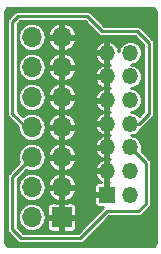
<source format=gbr>
G04 #@! TF.GenerationSoftware,KiCad,Pcbnew,(5.1.2)-2*
G04 #@! TF.CreationDate,2019-09-11T21:46:37-05:00*
G04 #@! TF.ProjectId,zturn_breakout,7a747572-6e5f-4627-9265-616b6f75742e,rev?*
G04 #@! TF.SameCoordinates,Original*
G04 #@! TF.FileFunction,Copper,L2,Bot*
G04 #@! TF.FilePolarity,Positive*
%FSLAX46Y46*%
G04 Gerber Fmt 4.6, Leading zero omitted, Abs format (unit mm)*
G04 Created by KiCad (PCBNEW (5.1.2)-2) date 2019-09-11 21:46:37*
%MOMM*%
%LPD*%
G04 APERTURE LIST*
%ADD10O,1.350000X1.350000*%
%ADD11R,1.350000X1.350000*%
%ADD12O,1.700000X1.700000*%
%ADD13R,1.700000X1.700000*%
%ADD14C,0.250000*%
%ADD15C,0.254000*%
G04 APERTURE END LIST*
D10*
X154146000Y-93029000D03*
X152146000Y-93029000D03*
X154146000Y-95029000D03*
X152146000Y-95029000D03*
X154146000Y-97029000D03*
X152146000Y-97029000D03*
X154146000Y-99029000D03*
X152146000Y-99029000D03*
X154146000Y-101029000D03*
X152146000Y-101029000D03*
X154146000Y-103029000D03*
X152146000Y-103029000D03*
X154146000Y-105029000D03*
D11*
X152146000Y-105029000D03*
D12*
X145796000Y-91694000D03*
X148336000Y-91694000D03*
X145796000Y-94234000D03*
X148336000Y-94234000D03*
X145796000Y-96774000D03*
X148336000Y-96774000D03*
X145796000Y-99314000D03*
X148336000Y-99314000D03*
X145796000Y-101854000D03*
X148336000Y-101854000D03*
X145796000Y-104394000D03*
X148336000Y-104394000D03*
X145796000Y-106934000D03*
D13*
X148336000Y-106934000D03*
D14*
X154844000Y-99029000D02*
X154146000Y-99029000D01*
X155702000Y-98171000D02*
X154844000Y-99029000D01*
X155702000Y-92202000D02*
X155702000Y-98171000D01*
X154686000Y-91186000D02*
X155702000Y-92202000D01*
X151765000Y-91186000D02*
X154686000Y-91186000D01*
X145288000Y-99314000D02*
X144145000Y-98171000D01*
X145796000Y-99314000D02*
X145288000Y-99314000D01*
X144145000Y-98171000D02*
X144145000Y-90424000D01*
X144145000Y-90424000D02*
X144653000Y-89916000D01*
X144653000Y-89916000D02*
X150495000Y-89916000D01*
X150495000Y-89916000D02*
X151765000Y-91186000D01*
X155448000Y-102331000D02*
X154146000Y-101029000D01*
X154813000Y-106426000D02*
X155448000Y-105791000D01*
X144145000Y-103505000D02*
X144145000Y-107950000D01*
X155448000Y-105791000D02*
X155448000Y-102331000D01*
X145796000Y-101854000D02*
X144145000Y-103505000D01*
X144145000Y-107950000D02*
X144907000Y-108712000D01*
X144907000Y-108712000D02*
X149860000Y-108712000D01*
X149860000Y-108712000D02*
X152146000Y-106426000D01*
X152146000Y-106426000D02*
X154813000Y-106426000D01*
D15*
G36*
X156019928Y-89212127D02*
G01*
X156081425Y-89230694D01*
X156138146Y-89260854D01*
X156187923Y-89301451D01*
X156228870Y-89350947D01*
X156259422Y-89407452D01*
X156278418Y-89468820D01*
X156286600Y-89546661D01*
X156286601Y-109078106D01*
X156278873Y-109156930D01*
X156260305Y-109218427D01*
X156230148Y-109275144D01*
X156189550Y-109324922D01*
X156140053Y-109365869D01*
X156083548Y-109396422D01*
X156022180Y-109415418D01*
X155944339Y-109423600D01*
X143905884Y-109423600D01*
X143827070Y-109415873D01*
X143765573Y-109397305D01*
X143708856Y-109367148D01*
X143659078Y-109326550D01*
X143618131Y-109277053D01*
X143587578Y-109220548D01*
X143568582Y-109159180D01*
X143560400Y-109081339D01*
X143560400Y-90424000D01*
X143690813Y-90424000D01*
X143693001Y-90446215D01*
X143693000Y-98148795D01*
X143690813Y-98171000D01*
X143699540Y-98259607D01*
X143716966Y-98317051D01*
X143725386Y-98344809D01*
X143767357Y-98423332D01*
X143823841Y-98492159D01*
X143841100Y-98506323D01*
X144616486Y-99281711D01*
X144613306Y-99314000D01*
X144636031Y-99544732D01*
X144703333Y-99766597D01*
X144812626Y-99971070D01*
X144959709Y-100150291D01*
X145138930Y-100297374D01*
X145343403Y-100406667D01*
X145565268Y-100473969D01*
X145738188Y-100491000D01*
X145853812Y-100491000D01*
X146026732Y-100473969D01*
X146248597Y-100406667D01*
X146453070Y-100297374D01*
X146632291Y-100150291D01*
X146779374Y-99971070D01*
X146888667Y-99766597D01*
X146929805Y-99630980D01*
X147146511Y-99630980D01*
X147170866Y-99711288D01*
X147270761Y-99930961D01*
X147411592Y-100126924D01*
X147587948Y-100291647D01*
X147793051Y-100418799D01*
X148019019Y-100503495D01*
X148209000Y-100443187D01*
X148209000Y-99441000D01*
X148463000Y-99441000D01*
X148463000Y-100443187D01*
X148652981Y-100503495D01*
X148878949Y-100418799D01*
X149084052Y-100291647D01*
X149260408Y-100126924D01*
X149401239Y-99930961D01*
X149501134Y-99711288D01*
X149525489Y-99630980D01*
X149464627Y-99441000D01*
X148463000Y-99441000D01*
X148209000Y-99441000D01*
X147207373Y-99441000D01*
X147146511Y-99630980D01*
X146929805Y-99630980D01*
X146955969Y-99544732D01*
X146978257Y-99318432D01*
X151130439Y-99318432D01*
X151140786Y-99352565D01*
X151223225Y-99542455D01*
X151341126Y-99712614D01*
X151489958Y-99856502D01*
X151664001Y-99968589D01*
X151817110Y-100029000D01*
X151664001Y-100089411D01*
X151489958Y-100201498D01*
X151341126Y-100345386D01*
X151223225Y-100515545D01*
X151140786Y-100705435D01*
X151130439Y-100739568D01*
X151193681Y-100902000D01*
X152019000Y-100902000D01*
X152019000Y-100075908D01*
X151897043Y-100029000D01*
X152019000Y-99982092D01*
X152019000Y-99156000D01*
X151193681Y-99156000D01*
X151130439Y-99318432D01*
X146978257Y-99318432D01*
X146978694Y-99314000D01*
X146955969Y-99083268D01*
X146929806Y-98997020D01*
X147146511Y-98997020D01*
X147207373Y-99187000D01*
X148209000Y-99187000D01*
X148209000Y-98184813D01*
X148463000Y-98184813D01*
X148463000Y-99187000D01*
X149464627Y-99187000D01*
X149525489Y-98997020D01*
X149501134Y-98916712D01*
X149401239Y-98697039D01*
X149260408Y-98501076D01*
X149084052Y-98336353D01*
X148878949Y-98209201D01*
X148652981Y-98124505D01*
X148463000Y-98184813D01*
X148209000Y-98184813D01*
X148019019Y-98124505D01*
X147793051Y-98209201D01*
X147587948Y-98336353D01*
X147411592Y-98501076D01*
X147270761Y-98697039D01*
X147170866Y-98916712D01*
X147146511Y-98997020D01*
X146929806Y-98997020D01*
X146888667Y-98861403D01*
X146779374Y-98656930D01*
X146632291Y-98477709D01*
X146453070Y-98330626D01*
X146248597Y-98221333D01*
X146026732Y-98154031D01*
X145853812Y-98137000D01*
X145738188Y-98137000D01*
X145565268Y-98154031D01*
X145343403Y-98221333D01*
X145138930Y-98330626D01*
X145031783Y-98418559D01*
X144597000Y-97983777D01*
X144597000Y-96774000D01*
X144613306Y-96774000D01*
X144636031Y-97004732D01*
X144703333Y-97226597D01*
X144812626Y-97431070D01*
X144959709Y-97610291D01*
X145138930Y-97757374D01*
X145343403Y-97866667D01*
X145565268Y-97933969D01*
X145738188Y-97951000D01*
X145853812Y-97951000D01*
X146026732Y-97933969D01*
X146248597Y-97866667D01*
X146453070Y-97757374D01*
X146632291Y-97610291D01*
X146779374Y-97431070D01*
X146888667Y-97226597D01*
X146929805Y-97090980D01*
X147146511Y-97090980D01*
X147170866Y-97171288D01*
X147270761Y-97390961D01*
X147411592Y-97586924D01*
X147587948Y-97751647D01*
X147793051Y-97878799D01*
X148019019Y-97963495D01*
X148209000Y-97903187D01*
X148209000Y-96901000D01*
X148463000Y-96901000D01*
X148463000Y-97903187D01*
X148652981Y-97963495D01*
X148878949Y-97878799D01*
X149084052Y-97751647D01*
X149260408Y-97586924D01*
X149401239Y-97390961D01*
X149434221Y-97318432D01*
X151130439Y-97318432D01*
X151140786Y-97352565D01*
X151223225Y-97542455D01*
X151341126Y-97712614D01*
X151489958Y-97856502D01*
X151664001Y-97968589D01*
X151817110Y-98029000D01*
X151664001Y-98089411D01*
X151489958Y-98201498D01*
X151341126Y-98345386D01*
X151223225Y-98515545D01*
X151140786Y-98705435D01*
X151130439Y-98739568D01*
X151193681Y-98902000D01*
X152019000Y-98902000D01*
X152019000Y-98075908D01*
X151897043Y-98029000D01*
X152019000Y-97982092D01*
X152019000Y-97156000D01*
X151193681Y-97156000D01*
X151130439Y-97318432D01*
X149434221Y-97318432D01*
X149501134Y-97171288D01*
X149525489Y-97090980D01*
X149464627Y-96901000D01*
X148463000Y-96901000D01*
X148209000Y-96901000D01*
X147207373Y-96901000D01*
X147146511Y-97090980D01*
X146929805Y-97090980D01*
X146955969Y-97004732D01*
X146978694Y-96774000D01*
X146955969Y-96543268D01*
X146929806Y-96457020D01*
X147146511Y-96457020D01*
X147207373Y-96647000D01*
X148209000Y-96647000D01*
X148209000Y-95644813D01*
X148463000Y-95644813D01*
X148463000Y-96647000D01*
X149464627Y-96647000D01*
X149525489Y-96457020D01*
X149501134Y-96376712D01*
X149401239Y-96157039D01*
X149260408Y-95961076D01*
X149084052Y-95796353D01*
X148878949Y-95669201D01*
X148652981Y-95584505D01*
X148463000Y-95644813D01*
X148209000Y-95644813D01*
X148019019Y-95584505D01*
X147793051Y-95669201D01*
X147587948Y-95796353D01*
X147411592Y-95961076D01*
X147270761Y-96157039D01*
X147170866Y-96376712D01*
X147146511Y-96457020D01*
X146929806Y-96457020D01*
X146888667Y-96321403D01*
X146779374Y-96116930D01*
X146632291Y-95937709D01*
X146453070Y-95790626D01*
X146248597Y-95681333D01*
X146026732Y-95614031D01*
X145853812Y-95597000D01*
X145738188Y-95597000D01*
X145565268Y-95614031D01*
X145343403Y-95681333D01*
X145138930Y-95790626D01*
X144959709Y-95937709D01*
X144812626Y-96116930D01*
X144703333Y-96321403D01*
X144636031Y-96543268D01*
X144613306Y-96774000D01*
X144597000Y-96774000D01*
X144597000Y-94234000D01*
X144613306Y-94234000D01*
X144636031Y-94464732D01*
X144703333Y-94686597D01*
X144812626Y-94891070D01*
X144959709Y-95070291D01*
X145138930Y-95217374D01*
X145343403Y-95326667D01*
X145565268Y-95393969D01*
X145738188Y-95411000D01*
X145853812Y-95411000D01*
X146026732Y-95393969D01*
X146248597Y-95326667D01*
X146453070Y-95217374D01*
X146632291Y-95070291D01*
X146779374Y-94891070D01*
X146888667Y-94686597D01*
X146929805Y-94550980D01*
X147146511Y-94550980D01*
X147170866Y-94631288D01*
X147270761Y-94850961D01*
X147411592Y-95046924D01*
X147587948Y-95211647D01*
X147793051Y-95338799D01*
X148019019Y-95423495D01*
X148209000Y-95363187D01*
X148209000Y-94361000D01*
X148463000Y-94361000D01*
X148463000Y-95363187D01*
X148652981Y-95423495D01*
X148878949Y-95338799D01*
X148911802Y-95318432D01*
X151130439Y-95318432D01*
X151140786Y-95352565D01*
X151223225Y-95542455D01*
X151341126Y-95712614D01*
X151489958Y-95856502D01*
X151664001Y-95968589D01*
X151817110Y-96029000D01*
X151664001Y-96089411D01*
X151489958Y-96201498D01*
X151341126Y-96345386D01*
X151223225Y-96515545D01*
X151140786Y-96705435D01*
X151130439Y-96739568D01*
X151193681Y-96902000D01*
X152019000Y-96902000D01*
X152019000Y-96075908D01*
X151897043Y-96029000D01*
X152019000Y-95982092D01*
X152019000Y-95156000D01*
X151193681Y-95156000D01*
X151130439Y-95318432D01*
X148911802Y-95318432D01*
X149084052Y-95211647D01*
X149260408Y-95046924D01*
X149401239Y-94850961D01*
X149501134Y-94631288D01*
X149525489Y-94550980D01*
X149464627Y-94361000D01*
X148463000Y-94361000D01*
X148209000Y-94361000D01*
X147207373Y-94361000D01*
X147146511Y-94550980D01*
X146929805Y-94550980D01*
X146955969Y-94464732D01*
X146978694Y-94234000D01*
X146955969Y-94003268D01*
X146929806Y-93917020D01*
X147146511Y-93917020D01*
X147207373Y-94107000D01*
X148209000Y-94107000D01*
X148209000Y-93104813D01*
X148463000Y-93104813D01*
X148463000Y-94107000D01*
X149464627Y-94107000D01*
X149525489Y-93917020D01*
X149501134Y-93836712D01*
X149401239Y-93617039D01*
X149260408Y-93421076D01*
X149150516Y-93318432D01*
X151130439Y-93318432D01*
X151140786Y-93352565D01*
X151223225Y-93542455D01*
X151341126Y-93712614D01*
X151489958Y-93856502D01*
X151664001Y-93968589D01*
X151817110Y-94029000D01*
X151664001Y-94089411D01*
X151489958Y-94201498D01*
X151341126Y-94345386D01*
X151223225Y-94515545D01*
X151140786Y-94705435D01*
X151130439Y-94739568D01*
X151193681Y-94902000D01*
X152019000Y-94902000D01*
X152019000Y-94075908D01*
X151897043Y-94029000D01*
X152019000Y-93982092D01*
X152019000Y-93156000D01*
X151193681Y-93156000D01*
X151130439Y-93318432D01*
X149150516Y-93318432D01*
X149084052Y-93256353D01*
X148878949Y-93129201D01*
X148652981Y-93044505D01*
X148463000Y-93104813D01*
X148209000Y-93104813D01*
X148019019Y-93044505D01*
X147793051Y-93129201D01*
X147587948Y-93256353D01*
X147411592Y-93421076D01*
X147270761Y-93617039D01*
X147170866Y-93836712D01*
X147146511Y-93917020D01*
X146929806Y-93917020D01*
X146888667Y-93781403D01*
X146779374Y-93576930D01*
X146632291Y-93397709D01*
X146453070Y-93250626D01*
X146248597Y-93141333D01*
X146026732Y-93074031D01*
X145853812Y-93057000D01*
X145738188Y-93057000D01*
X145565268Y-93074031D01*
X145343403Y-93141333D01*
X145138930Y-93250626D01*
X144959709Y-93397709D01*
X144812626Y-93576930D01*
X144703333Y-93781403D01*
X144636031Y-94003268D01*
X144613306Y-94234000D01*
X144597000Y-94234000D01*
X144597000Y-91694000D01*
X144613306Y-91694000D01*
X144636031Y-91924732D01*
X144703333Y-92146597D01*
X144812626Y-92351070D01*
X144959709Y-92530291D01*
X145138930Y-92677374D01*
X145343403Y-92786667D01*
X145565268Y-92853969D01*
X145738188Y-92871000D01*
X145853812Y-92871000D01*
X146026732Y-92853969D01*
X146248597Y-92786667D01*
X146453070Y-92677374D01*
X146632291Y-92530291D01*
X146779374Y-92351070D01*
X146888667Y-92146597D01*
X146929805Y-92010980D01*
X147146511Y-92010980D01*
X147170866Y-92091288D01*
X147270761Y-92310961D01*
X147411592Y-92506924D01*
X147587948Y-92671647D01*
X147793051Y-92798799D01*
X148019019Y-92883495D01*
X148209000Y-92823187D01*
X148209000Y-91821000D01*
X148463000Y-91821000D01*
X148463000Y-92823187D01*
X148652981Y-92883495D01*
X148878949Y-92798799D01*
X148974491Y-92739568D01*
X151130439Y-92739568D01*
X151193681Y-92902000D01*
X152019000Y-92902000D01*
X152019000Y-92075908D01*
X151856567Y-92013432D01*
X151664001Y-92089411D01*
X151489958Y-92201498D01*
X151341126Y-92345386D01*
X151223225Y-92515545D01*
X151140786Y-92705435D01*
X151130439Y-92739568D01*
X148974491Y-92739568D01*
X149084052Y-92671647D01*
X149260408Y-92506924D01*
X149401239Y-92310961D01*
X149501134Y-92091288D01*
X149525489Y-92010980D01*
X149464627Y-91821000D01*
X148463000Y-91821000D01*
X148209000Y-91821000D01*
X147207373Y-91821000D01*
X147146511Y-92010980D01*
X146929805Y-92010980D01*
X146955969Y-91924732D01*
X146978694Y-91694000D01*
X146955969Y-91463268D01*
X146929806Y-91377020D01*
X147146511Y-91377020D01*
X147207373Y-91567000D01*
X148209000Y-91567000D01*
X148209000Y-90564813D01*
X148463000Y-90564813D01*
X148463000Y-91567000D01*
X149464627Y-91567000D01*
X149525489Y-91377020D01*
X149501134Y-91296712D01*
X149401239Y-91077039D01*
X149260408Y-90881076D01*
X149084052Y-90716353D01*
X148878949Y-90589201D01*
X148652981Y-90504505D01*
X148463000Y-90564813D01*
X148209000Y-90564813D01*
X148019019Y-90504505D01*
X147793051Y-90589201D01*
X147587948Y-90716353D01*
X147411592Y-90881076D01*
X147270761Y-91077039D01*
X147170866Y-91296712D01*
X147146511Y-91377020D01*
X146929806Y-91377020D01*
X146888667Y-91241403D01*
X146779374Y-91036930D01*
X146632291Y-90857709D01*
X146453070Y-90710626D01*
X146248597Y-90601333D01*
X146026732Y-90534031D01*
X145853812Y-90517000D01*
X145738188Y-90517000D01*
X145565268Y-90534031D01*
X145343403Y-90601333D01*
X145138930Y-90710626D01*
X144959709Y-90857709D01*
X144812626Y-91036930D01*
X144703333Y-91241403D01*
X144636031Y-91463268D01*
X144613306Y-91694000D01*
X144597000Y-91694000D01*
X144597000Y-90611224D01*
X144840224Y-90368000D01*
X150307777Y-90368000D01*
X151429685Y-91489910D01*
X151443841Y-91507159D01*
X151512667Y-91563643D01*
X151591190Y-91605614D01*
X151656562Y-91625444D01*
X151676392Y-91631460D01*
X151764999Y-91640187D01*
X151787204Y-91638000D01*
X154498777Y-91638000D01*
X155250000Y-92389224D01*
X155250001Y-97983774D01*
X154884443Y-98349333D01*
X154857949Y-98317051D01*
X154705375Y-98191836D01*
X154531304Y-98098794D01*
X154342426Y-98041498D01*
X154215530Y-98029000D01*
X154342426Y-98016502D01*
X154531304Y-97959206D01*
X154705375Y-97866164D01*
X154857949Y-97740949D01*
X154983164Y-97588375D01*
X155076206Y-97414304D01*
X155133502Y-97225426D01*
X155152848Y-97029000D01*
X155133502Y-96832574D01*
X155076206Y-96643696D01*
X154983164Y-96469625D01*
X154857949Y-96317051D01*
X154705375Y-96191836D01*
X154531304Y-96098794D01*
X154342426Y-96041498D01*
X154215530Y-96029000D01*
X154342426Y-96016502D01*
X154531304Y-95959206D01*
X154705375Y-95866164D01*
X154857949Y-95740949D01*
X154983164Y-95588375D01*
X155076206Y-95414304D01*
X155133502Y-95225426D01*
X155152848Y-95029000D01*
X155133502Y-94832574D01*
X155076206Y-94643696D01*
X154983164Y-94469625D01*
X154857949Y-94317051D01*
X154705375Y-94191836D01*
X154531304Y-94098794D01*
X154342426Y-94041498D01*
X154215530Y-94029000D01*
X154342426Y-94016502D01*
X154531304Y-93959206D01*
X154705375Y-93866164D01*
X154857949Y-93740949D01*
X154983164Y-93588375D01*
X155076206Y-93414304D01*
X155133502Y-93225426D01*
X155152848Y-93029000D01*
X155133502Y-92832574D01*
X155076206Y-92643696D01*
X154983164Y-92469625D01*
X154857949Y-92317051D01*
X154705375Y-92191836D01*
X154531304Y-92098794D01*
X154342426Y-92041498D01*
X154195223Y-92027000D01*
X154096777Y-92027000D01*
X153949574Y-92041498D01*
X153760696Y-92098794D01*
X153586625Y-92191836D01*
X153434051Y-92317051D01*
X153308836Y-92469625D01*
X153215794Y-92643696D01*
X153158498Y-92832574D01*
X153151660Y-92901998D01*
X153098320Y-92901998D01*
X153161561Y-92739568D01*
X153151214Y-92705435D01*
X153068775Y-92515545D01*
X152950874Y-92345386D01*
X152802042Y-92201498D01*
X152627999Y-92089411D01*
X152435433Y-92013432D01*
X152273000Y-92075908D01*
X152273000Y-92902000D01*
X152293000Y-92902000D01*
X152293000Y-93156000D01*
X152273000Y-93156000D01*
X152273000Y-93982092D01*
X152394957Y-94029000D01*
X152273000Y-94075908D01*
X152273000Y-94902000D01*
X152293000Y-94902000D01*
X152293000Y-95156000D01*
X152273000Y-95156000D01*
X152273000Y-95982092D01*
X152394957Y-96029000D01*
X152273000Y-96075908D01*
X152273000Y-96902000D01*
X152293000Y-96902000D01*
X152293000Y-97156000D01*
X152273000Y-97156000D01*
X152273000Y-97982092D01*
X152394957Y-98029000D01*
X152273000Y-98075908D01*
X152273000Y-98902000D01*
X152293000Y-98902000D01*
X152293000Y-99156000D01*
X152273000Y-99156000D01*
X152273000Y-99982092D01*
X152394957Y-100029000D01*
X152273000Y-100075908D01*
X152273000Y-100902000D01*
X152293000Y-100902000D01*
X152293000Y-101156000D01*
X152273000Y-101156000D01*
X152273000Y-101982092D01*
X152394957Y-102029000D01*
X152273000Y-102075908D01*
X152273000Y-102902000D01*
X152293000Y-102902000D01*
X152293000Y-103156000D01*
X152273000Y-103156000D01*
X152273000Y-103982092D01*
X152335225Y-104006025D01*
X152273000Y-104068250D01*
X152273000Y-104902000D01*
X152293000Y-104902000D01*
X152293000Y-105156000D01*
X152273000Y-105156000D01*
X152273000Y-105176000D01*
X152019000Y-105176000D01*
X152019000Y-105156000D01*
X151185250Y-105156000D01*
X151090000Y-105251250D01*
X151088157Y-105704000D01*
X151095513Y-105778689D01*
X151117299Y-105850508D01*
X151152678Y-105916696D01*
X151200289Y-105974711D01*
X151258304Y-106022322D01*
X151324492Y-106057701D01*
X151396311Y-106079487D01*
X151471000Y-106086843D01*
X151848645Y-106085306D01*
X151824841Y-106104841D01*
X151810686Y-106122089D01*
X149672777Y-108260000D01*
X145094224Y-108260000D01*
X144597000Y-107762777D01*
X144597000Y-106934000D01*
X144613306Y-106934000D01*
X144636031Y-107164732D01*
X144703333Y-107386597D01*
X144812626Y-107591070D01*
X144959709Y-107770291D01*
X145138930Y-107917374D01*
X145343403Y-108026667D01*
X145565268Y-108093969D01*
X145738188Y-108111000D01*
X145853812Y-108111000D01*
X146026732Y-108093969D01*
X146248597Y-108026667D01*
X146453070Y-107917374D01*
X146615586Y-107784000D01*
X147103157Y-107784000D01*
X147110513Y-107858689D01*
X147132299Y-107930508D01*
X147167678Y-107996696D01*
X147215289Y-108054711D01*
X147273304Y-108102322D01*
X147339492Y-108137701D01*
X147411311Y-108159487D01*
X147486000Y-108166843D01*
X148113750Y-108165000D01*
X148209000Y-108069750D01*
X148209000Y-107061000D01*
X148463000Y-107061000D01*
X148463000Y-108069750D01*
X148558250Y-108165000D01*
X149186000Y-108166843D01*
X149260689Y-108159487D01*
X149332508Y-108137701D01*
X149398696Y-108102322D01*
X149456711Y-108054711D01*
X149504322Y-107996696D01*
X149539701Y-107930508D01*
X149561487Y-107858689D01*
X149568843Y-107784000D01*
X149567000Y-107156250D01*
X149471750Y-107061000D01*
X148463000Y-107061000D01*
X148209000Y-107061000D01*
X147200250Y-107061000D01*
X147105000Y-107156250D01*
X147103157Y-107784000D01*
X146615586Y-107784000D01*
X146632291Y-107770291D01*
X146779374Y-107591070D01*
X146888667Y-107386597D01*
X146955969Y-107164732D01*
X146978694Y-106934000D01*
X146955969Y-106703268D01*
X146888667Y-106481403D01*
X146779374Y-106276930D01*
X146632291Y-106097709D01*
X146615587Y-106084000D01*
X147103157Y-106084000D01*
X147105000Y-106711750D01*
X147200250Y-106807000D01*
X148209000Y-106807000D01*
X148209000Y-105798250D01*
X148463000Y-105798250D01*
X148463000Y-106807000D01*
X149471750Y-106807000D01*
X149567000Y-106711750D01*
X149568843Y-106084000D01*
X149561487Y-106009311D01*
X149539701Y-105937492D01*
X149504322Y-105871304D01*
X149456711Y-105813289D01*
X149398696Y-105765678D01*
X149332508Y-105730299D01*
X149260689Y-105708513D01*
X149186000Y-105701157D01*
X148558250Y-105703000D01*
X148463000Y-105798250D01*
X148209000Y-105798250D01*
X148113750Y-105703000D01*
X147486000Y-105701157D01*
X147411311Y-105708513D01*
X147339492Y-105730299D01*
X147273304Y-105765678D01*
X147215289Y-105813289D01*
X147167678Y-105871304D01*
X147132299Y-105937492D01*
X147110513Y-106009311D01*
X147103157Y-106084000D01*
X146615587Y-106084000D01*
X146453070Y-105950626D01*
X146248597Y-105841333D01*
X146026732Y-105774031D01*
X145853812Y-105757000D01*
X145738188Y-105757000D01*
X145565268Y-105774031D01*
X145343403Y-105841333D01*
X145138930Y-105950626D01*
X144959709Y-106097709D01*
X144812626Y-106276930D01*
X144703333Y-106481403D01*
X144636031Y-106703268D01*
X144613306Y-106934000D01*
X144597000Y-106934000D01*
X144597000Y-104394000D01*
X144613306Y-104394000D01*
X144636031Y-104624732D01*
X144703333Y-104846597D01*
X144812626Y-105051070D01*
X144959709Y-105230291D01*
X145138930Y-105377374D01*
X145343403Y-105486667D01*
X145565268Y-105553969D01*
X145738188Y-105571000D01*
X145853812Y-105571000D01*
X146026732Y-105553969D01*
X146248597Y-105486667D01*
X146453070Y-105377374D01*
X146632291Y-105230291D01*
X146779374Y-105051070D01*
X146888667Y-104846597D01*
X146929805Y-104710980D01*
X147146511Y-104710980D01*
X147170866Y-104791288D01*
X147270761Y-105010961D01*
X147411592Y-105206924D01*
X147587948Y-105371647D01*
X147793051Y-105498799D01*
X148019019Y-105583495D01*
X148209000Y-105523187D01*
X148209000Y-104521000D01*
X148463000Y-104521000D01*
X148463000Y-105523187D01*
X148652981Y-105583495D01*
X148878949Y-105498799D01*
X149084052Y-105371647D01*
X149260408Y-105206924D01*
X149401239Y-105010961D01*
X149501134Y-104791288D01*
X149525489Y-104710980D01*
X149464627Y-104521000D01*
X148463000Y-104521000D01*
X148209000Y-104521000D01*
X147207373Y-104521000D01*
X147146511Y-104710980D01*
X146929805Y-104710980D01*
X146955969Y-104624732D01*
X146978694Y-104394000D01*
X146974755Y-104354000D01*
X151088157Y-104354000D01*
X151090000Y-104806750D01*
X151185250Y-104902000D01*
X152019000Y-104902000D01*
X152019000Y-104068250D01*
X151956775Y-104006025D01*
X152019000Y-103982092D01*
X152019000Y-103156000D01*
X151193681Y-103156000D01*
X151130439Y-103318432D01*
X151140786Y-103352565D01*
X151223225Y-103542455D01*
X151341126Y-103712614D01*
X151489958Y-103856502D01*
X151664001Y-103968589D01*
X151672589Y-103971978D01*
X151471000Y-103971157D01*
X151396311Y-103978513D01*
X151324492Y-104000299D01*
X151258304Y-104035678D01*
X151200289Y-104083289D01*
X151152678Y-104141304D01*
X151117299Y-104207492D01*
X151095513Y-104279311D01*
X151088157Y-104354000D01*
X146974755Y-104354000D01*
X146955969Y-104163268D01*
X146929806Y-104077020D01*
X147146511Y-104077020D01*
X147207373Y-104267000D01*
X148209000Y-104267000D01*
X148209000Y-103264813D01*
X148463000Y-103264813D01*
X148463000Y-104267000D01*
X149464627Y-104267000D01*
X149525489Y-104077020D01*
X149501134Y-103996712D01*
X149401239Y-103777039D01*
X149260408Y-103581076D01*
X149084052Y-103416353D01*
X148878949Y-103289201D01*
X148652981Y-103204505D01*
X148463000Y-103264813D01*
X148209000Y-103264813D01*
X148019019Y-103204505D01*
X147793051Y-103289201D01*
X147587948Y-103416353D01*
X147411592Y-103581076D01*
X147270761Y-103777039D01*
X147170866Y-103996712D01*
X147146511Y-104077020D01*
X146929806Y-104077020D01*
X146888667Y-103941403D01*
X146779374Y-103736930D01*
X146632291Y-103557709D01*
X146453070Y-103410626D01*
X146248597Y-103301333D01*
X146026732Y-103234031D01*
X145853812Y-103217000D01*
X145738188Y-103217000D01*
X145565268Y-103234031D01*
X145343403Y-103301333D01*
X145138930Y-103410626D01*
X144959709Y-103557709D01*
X144812626Y-103736930D01*
X144703333Y-103941403D01*
X144636031Y-104163268D01*
X144613306Y-104394000D01*
X144597000Y-104394000D01*
X144597000Y-103692223D01*
X145342851Y-102946372D01*
X145343403Y-102946667D01*
X145565268Y-103013969D01*
X145738188Y-103031000D01*
X145853812Y-103031000D01*
X146026732Y-103013969D01*
X146248597Y-102946667D01*
X146453070Y-102837374D01*
X146632291Y-102690291D01*
X146779374Y-102511070D01*
X146888667Y-102306597D01*
X146929805Y-102170980D01*
X147146511Y-102170980D01*
X147170866Y-102251288D01*
X147270761Y-102470961D01*
X147411592Y-102666924D01*
X147587948Y-102831647D01*
X147793051Y-102958799D01*
X148019019Y-103043495D01*
X148209000Y-102983187D01*
X148209000Y-101981000D01*
X148463000Y-101981000D01*
X148463000Y-102983187D01*
X148652981Y-103043495D01*
X148878949Y-102958799D01*
X149084052Y-102831647D01*
X149260408Y-102666924D01*
X149401239Y-102470961D01*
X149501134Y-102251288D01*
X149525489Y-102170980D01*
X149464627Y-101981000D01*
X148463000Y-101981000D01*
X148209000Y-101981000D01*
X147207373Y-101981000D01*
X147146511Y-102170980D01*
X146929805Y-102170980D01*
X146955969Y-102084732D01*
X146978694Y-101854000D01*
X146955969Y-101623268D01*
X146929806Y-101537020D01*
X147146511Y-101537020D01*
X147207373Y-101727000D01*
X148209000Y-101727000D01*
X148209000Y-100724813D01*
X148463000Y-100724813D01*
X148463000Y-101727000D01*
X149464627Y-101727000D01*
X149525489Y-101537020D01*
X149501134Y-101456712D01*
X149438252Y-101318432D01*
X151130439Y-101318432D01*
X151140786Y-101352565D01*
X151223225Y-101542455D01*
X151341126Y-101712614D01*
X151489958Y-101856502D01*
X151664001Y-101968589D01*
X151817110Y-102029000D01*
X151664001Y-102089411D01*
X151489958Y-102201498D01*
X151341126Y-102345386D01*
X151223225Y-102515545D01*
X151140786Y-102705435D01*
X151130439Y-102739568D01*
X151193681Y-102902000D01*
X152019000Y-102902000D01*
X152019000Y-102075908D01*
X151897043Y-102029000D01*
X152019000Y-101982092D01*
X152019000Y-101156000D01*
X151193681Y-101156000D01*
X151130439Y-101318432D01*
X149438252Y-101318432D01*
X149401239Y-101237039D01*
X149260408Y-101041076D01*
X149084052Y-100876353D01*
X148878949Y-100749201D01*
X148652981Y-100664505D01*
X148463000Y-100724813D01*
X148209000Y-100724813D01*
X148019019Y-100664505D01*
X147793051Y-100749201D01*
X147587948Y-100876353D01*
X147411592Y-101041076D01*
X147270761Y-101237039D01*
X147170866Y-101456712D01*
X147146511Y-101537020D01*
X146929806Y-101537020D01*
X146888667Y-101401403D01*
X146779374Y-101196930D01*
X146632291Y-101017709D01*
X146453070Y-100870626D01*
X146248597Y-100761333D01*
X146026732Y-100694031D01*
X145853812Y-100677000D01*
X145738188Y-100677000D01*
X145565268Y-100694031D01*
X145343403Y-100761333D01*
X145138930Y-100870626D01*
X144959709Y-101017709D01*
X144812626Y-101196930D01*
X144703333Y-101401403D01*
X144636031Y-101623268D01*
X144613306Y-101854000D01*
X144636031Y-102084732D01*
X144703333Y-102306597D01*
X144703628Y-102307149D01*
X143841100Y-103169677D01*
X143823841Y-103183841D01*
X143767357Y-103252668D01*
X143747830Y-103289201D01*
X143725386Y-103331191D01*
X143699540Y-103416393D01*
X143690813Y-103505000D01*
X143693000Y-103527205D01*
X143693001Y-107927785D01*
X143690813Y-107950000D01*
X143699540Y-108038607D01*
X143725386Y-108123809D01*
X143747403Y-108165000D01*
X143767358Y-108202333D01*
X143823842Y-108271159D01*
X143841096Y-108285319D01*
X144571681Y-109015905D01*
X144585841Y-109033159D01*
X144654667Y-109089643D01*
X144727100Y-109128359D01*
X144733190Y-109131614D01*
X144818392Y-109157460D01*
X144907000Y-109166187D01*
X144929205Y-109164000D01*
X149837795Y-109164000D01*
X149860000Y-109166187D01*
X149882205Y-109164000D01*
X149948607Y-109157460D01*
X150033810Y-109131614D01*
X150112333Y-109089643D01*
X150181159Y-109033159D01*
X150195323Y-109015900D01*
X152333225Y-106878000D01*
X154790795Y-106878000D01*
X154813000Y-106880187D01*
X154835205Y-106878000D01*
X154901607Y-106871460D01*
X154986810Y-106845614D01*
X155065333Y-106803643D01*
X155134159Y-106747159D01*
X155148323Y-106729900D01*
X155751906Y-106126318D01*
X155769159Y-106112159D01*
X155825643Y-106043333D01*
X155867614Y-105964810D01*
X155893460Y-105879607D01*
X155900000Y-105813205D01*
X155900000Y-105813204D01*
X155902187Y-105791000D01*
X155900000Y-105768795D01*
X155900000Y-102353204D01*
X155902187Y-102330999D01*
X155893460Y-102242392D01*
X155867614Y-102157190D01*
X155825643Y-102078667D01*
X155769159Y-102009841D01*
X155751910Y-101995685D01*
X155098159Y-101341935D01*
X155133502Y-101225426D01*
X155152848Y-101029000D01*
X155133502Y-100832574D01*
X155076206Y-100643696D01*
X154983164Y-100469625D01*
X154857949Y-100317051D01*
X154705375Y-100191836D01*
X154531304Y-100098794D01*
X154342426Y-100041498D01*
X154215530Y-100029000D01*
X154342426Y-100016502D01*
X154531304Y-99959206D01*
X154705375Y-99866164D01*
X154857949Y-99740949D01*
X154983164Y-99588375D01*
X155073889Y-99418640D01*
X155096333Y-99406643D01*
X155165159Y-99350159D01*
X155179323Y-99332900D01*
X156005910Y-98506315D01*
X156023159Y-98492159D01*
X156079643Y-98423333D01*
X156121614Y-98344810D01*
X156147460Y-98259607D01*
X156154000Y-98193205D01*
X156154000Y-98193204D01*
X156156187Y-98171001D01*
X156154000Y-98148796D01*
X156154000Y-92224205D01*
X156156187Y-92202000D01*
X156147460Y-92113392D01*
X156121614Y-92028190D01*
X156112415Y-92010980D01*
X156079643Y-91949667D01*
X156023159Y-91880841D01*
X156005906Y-91866682D01*
X155021323Y-90882100D01*
X155007159Y-90864841D01*
X154938333Y-90808357D01*
X154859810Y-90766386D01*
X154774607Y-90740540D01*
X154708205Y-90734000D01*
X154686000Y-90731813D01*
X154663795Y-90734000D01*
X151952225Y-90734000D01*
X150830323Y-89612100D01*
X150816159Y-89594841D01*
X150747333Y-89538357D01*
X150668810Y-89496386D01*
X150583607Y-89470540D01*
X150517205Y-89464000D01*
X150495000Y-89461813D01*
X150472795Y-89464000D01*
X144675202Y-89464000D01*
X144652999Y-89461813D01*
X144630796Y-89464000D01*
X144630795Y-89464000D01*
X144564393Y-89470540D01*
X144479190Y-89496386D01*
X144400667Y-89538357D01*
X144331841Y-89594841D01*
X144317685Y-89612090D01*
X143841095Y-90088682D01*
X143823842Y-90102841D01*
X143770094Y-90168333D01*
X143767358Y-90171667D01*
X143725386Y-90250191D01*
X143699540Y-90335393D01*
X143690813Y-90424000D01*
X143560400Y-90424000D01*
X143560400Y-89549884D01*
X143568127Y-89471072D01*
X143586694Y-89409575D01*
X143616854Y-89352854D01*
X143657451Y-89303077D01*
X143706947Y-89262130D01*
X143763452Y-89231578D01*
X143824820Y-89212582D01*
X143902661Y-89204400D01*
X155941116Y-89204400D01*
X156019928Y-89212127D01*
X156019928Y-89212127D01*
G37*
X156019928Y-89212127D02*
X156081425Y-89230694D01*
X156138146Y-89260854D01*
X156187923Y-89301451D01*
X156228870Y-89350947D01*
X156259422Y-89407452D01*
X156278418Y-89468820D01*
X156286600Y-89546661D01*
X156286601Y-109078106D01*
X156278873Y-109156930D01*
X156260305Y-109218427D01*
X156230148Y-109275144D01*
X156189550Y-109324922D01*
X156140053Y-109365869D01*
X156083548Y-109396422D01*
X156022180Y-109415418D01*
X155944339Y-109423600D01*
X143905884Y-109423600D01*
X143827070Y-109415873D01*
X143765573Y-109397305D01*
X143708856Y-109367148D01*
X143659078Y-109326550D01*
X143618131Y-109277053D01*
X143587578Y-109220548D01*
X143568582Y-109159180D01*
X143560400Y-109081339D01*
X143560400Y-90424000D01*
X143690813Y-90424000D01*
X143693001Y-90446215D01*
X143693000Y-98148795D01*
X143690813Y-98171000D01*
X143699540Y-98259607D01*
X143716966Y-98317051D01*
X143725386Y-98344809D01*
X143767357Y-98423332D01*
X143823841Y-98492159D01*
X143841100Y-98506323D01*
X144616486Y-99281711D01*
X144613306Y-99314000D01*
X144636031Y-99544732D01*
X144703333Y-99766597D01*
X144812626Y-99971070D01*
X144959709Y-100150291D01*
X145138930Y-100297374D01*
X145343403Y-100406667D01*
X145565268Y-100473969D01*
X145738188Y-100491000D01*
X145853812Y-100491000D01*
X146026732Y-100473969D01*
X146248597Y-100406667D01*
X146453070Y-100297374D01*
X146632291Y-100150291D01*
X146779374Y-99971070D01*
X146888667Y-99766597D01*
X146929805Y-99630980D01*
X147146511Y-99630980D01*
X147170866Y-99711288D01*
X147270761Y-99930961D01*
X147411592Y-100126924D01*
X147587948Y-100291647D01*
X147793051Y-100418799D01*
X148019019Y-100503495D01*
X148209000Y-100443187D01*
X148209000Y-99441000D01*
X148463000Y-99441000D01*
X148463000Y-100443187D01*
X148652981Y-100503495D01*
X148878949Y-100418799D01*
X149084052Y-100291647D01*
X149260408Y-100126924D01*
X149401239Y-99930961D01*
X149501134Y-99711288D01*
X149525489Y-99630980D01*
X149464627Y-99441000D01*
X148463000Y-99441000D01*
X148209000Y-99441000D01*
X147207373Y-99441000D01*
X147146511Y-99630980D01*
X146929805Y-99630980D01*
X146955969Y-99544732D01*
X146978257Y-99318432D01*
X151130439Y-99318432D01*
X151140786Y-99352565D01*
X151223225Y-99542455D01*
X151341126Y-99712614D01*
X151489958Y-99856502D01*
X151664001Y-99968589D01*
X151817110Y-100029000D01*
X151664001Y-100089411D01*
X151489958Y-100201498D01*
X151341126Y-100345386D01*
X151223225Y-100515545D01*
X151140786Y-100705435D01*
X151130439Y-100739568D01*
X151193681Y-100902000D01*
X152019000Y-100902000D01*
X152019000Y-100075908D01*
X151897043Y-100029000D01*
X152019000Y-99982092D01*
X152019000Y-99156000D01*
X151193681Y-99156000D01*
X151130439Y-99318432D01*
X146978257Y-99318432D01*
X146978694Y-99314000D01*
X146955969Y-99083268D01*
X146929806Y-98997020D01*
X147146511Y-98997020D01*
X147207373Y-99187000D01*
X148209000Y-99187000D01*
X148209000Y-98184813D01*
X148463000Y-98184813D01*
X148463000Y-99187000D01*
X149464627Y-99187000D01*
X149525489Y-98997020D01*
X149501134Y-98916712D01*
X149401239Y-98697039D01*
X149260408Y-98501076D01*
X149084052Y-98336353D01*
X148878949Y-98209201D01*
X148652981Y-98124505D01*
X148463000Y-98184813D01*
X148209000Y-98184813D01*
X148019019Y-98124505D01*
X147793051Y-98209201D01*
X147587948Y-98336353D01*
X147411592Y-98501076D01*
X147270761Y-98697039D01*
X147170866Y-98916712D01*
X147146511Y-98997020D01*
X146929806Y-98997020D01*
X146888667Y-98861403D01*
X146779374Y-98656930D01*
X146632291Y-98477709D01*
X146453070Y-98330626D01*
X146248597Y-98221333D01*
X146026732Y-98154031D01*
X145853812Y-98137000D01*
X145738188Y-98137000D01*
X145565268Y-98154031D01*
X145343403Y-98221333D01*
X145138930Y-98330626D01*
X145031783Y-98418559D01*
X144597000Y-97983777D01*
X144597000Y-96774000D01*
X144613306Y-96774000D01*
X144636031Y-97004732D01*
X144703333Y-97226597D01*
X144812626Y-97431070D01*
X144959709Y-97610291D01*
X145138930Y-97757374D01*
X145343403Y-97866667D01*
X145565268Y-97933969D01*
X145738188Y-97951000D01*
X145853812Y-97951000D01*
X146026732Y-97933969D01*
X146248597Y-97866667D01*
X146453070Y-97757374D01*
X146632291Y-97610291D01*
X146779374Y-97431070D01*
X146888667Y-97226597D01*
X146929805Y-97090980D01*
X147146511Y-97090980D01*
X147170866Y-97171288D01*
X147270761Y-97390961D01*
X147411592Y-97586924D01*
X147587948Y-97751647D01*
X147793051Y-97878799D01*
X148019019Y-97963495D01*
X148209000Y-97903187D01*
X148209000Y-96901000D01*
X148463000Y-96901000D01*
X148463000Y-97903187D01*
X148652981Y-97963495D01*
X148878949Y-97878799D01*
X149084052Y-97751647D01*
X149260408Y-97586924D01*
X149401239Y-97390961D01*
X149434221Y-97318432D01*
X151130439Y-97318432D01*
X151140786Y-97352565D01*
X151223225Y-97542455D01*
X151341126Y-97712614D01*
X151489958Y-97856502D01*
X151664001Y-97968589D01*
X151817110Y-98029000D01*
X151664001Y-98089411D01*
X151489958Y-98201498D01*
X151341126Y-98345386D01*
X151223225Y-98515545D01*
X151140786Y-98705435D01*
X151130439Y-98739568D01*
X151193681Y-98902000D01*
X152019000Y-98902000D01*
X152019000Y-98075908D01*
X151897043Y-98029000D01*
X152019000Y-97982092D01*
X152019000Y-97156000D01*
X151193681Y-97156000D01*
X151130439Y-97318432D01*
X149434221Y-97318432D01*
X149501134Y-97171288D01*
X149525489Y-97090980D01*
X149464627Y-96901000D01*
X148463000Y-96901000D01*
X148209000Y-96901000D01*
X147207373Y-96901000D01*
X147146511Y-97090980D01*
X146929805Y-97090980D01*
X146955969Y-97004732D01*
X146978694Y-96774000D01*
X146955969Y-96543268D01*
X146929806Y-96457020D01*
X147146511Y-96457020D01*
X147207373Y-96647000D01*
X148209000Y-96647000D01*
X148209000Y-95644813D01*
X148463000Y-95644813D01*
X148463000Y-96647000D01*
X149464627Y-96647000D01*
X149525489Y-96457020D01*
X149501134Y-96376712D01*
X149401239Y-96157039D01*
X149260408Y-95961076D01*
X149084052Y-95796353D01*
X148878949Y-95669201D01*
X148652981Y-95584505D01*
X148463000Y-95644813D01*
X148209000Y-95644813D01*
X148019019Y-95584505D01*
X147793051Y-95669201D01*
X147587948Y-95796353D01*
X147411592Y-95961076D01*
X147270761Y-96157039D01*
X147170866Y-96376712D01*
X147146511Y-96457020D01*
X146929806Y-96457020D01*
X146888667Y-96321403D01*
X146779374Y-96116930D01*
X146632291Y-95937709D01*
X146453070Y-95790626D01*
X146248597Y-95681333D01*
X146026732Y-95614031D01*
X145853812Y-95597000D01*
X145738188Y-95597000D01*
X145565268Y-95614031D01*
X145343403Y-95681333D01*
X145138930Y-95790626D01*
X144959709Y-95937709D01*
X144812626Y-96116930D01*
X144703333Y-96321403D01*
X144636031Y-96543268D01*
X144613306Y-96774000D01*
X144597000Y-96774000D01*
X144597000Y-94234000D01*
X144613306Y-94234000D01*
X144636031Y-94464732D01*
X144703333Y-94686597D01*
X144812626Y-94891070D01*
X144959709Y-95070291D01*
X145138930Y-95217374D01*
X145343403Y-95326667D01*
X145565268Y-95393969D01*
X145738188Y-95411000D01*
X145853812Y-95411000D01*
X146026732Y-95393969D01*
X146248597Y-95326667D01*
X146453070Y-95217374D01*
X146632291Y-95070291D01*
X146779374Y-94891070D01*
X146888667Y-94686597D01*
X146929805Y-94550980D01*
X147146511Y-94550980D01*
X147170866Y-94631288D01*
X147270761Y-94850961D01*
X147411592Y-95046924D01*
X147587948Y-95211647D01*
X147793051Y-95338799D01*
X148019019Y-95423495D01*
X148209000Y-95363187D01*
X148209000Y-94361000D01*
X148463000Y-94361000D01*
X148463000Y-95363187D01*
X148652981Y-95423495D01*
X148878949Y-95338799D01*
X148911802Y-95318432D01*
X151130439Y-95318432D01*
X151140786Y-95352565D01*
X151223225Y-95542455D01*
X151341126Y-95712614D01*
X151489958Y-95856502D01*
X151664001Y-95968589D01*
X151817110Y-96029000D01*
X151664001Y-96089411D01*
X151489958Y-96201498D01*
X151341126Y-96345386D01*
X151223225Y-96515545D01*
X151140786Y-96705435D01*
X151130439Y-96739568D01*
X151193681Y-96902000D01*
X152019000Y-96902000D01*
X152019000Y-96075908D01*
X151897043Y-96029000D01*
X152019000Y-95982092D01*
X152019000Y-95156000D01*
X151193681Y-95156000D01*
X151130439Y-95318432D01*
X148911802Y-95318432D01*
X149084052Y-95211647D01*
X149260408Y-95046924D01*
X149401239Y-94850961D01*
X149501134Y-94631288D01*
X149525489Y-94550980D01*
X149464627Y-94361000D01*
X148463000Y-94361000D01*
X148209000Y-94361000D01*
X147207373Y-94361000D01*
X147146511Y-94550980D01*
X146929805Y-94550980D01*
X146955969Y-94464732D01*
X146978694Y-94234000D01*
X146955969Y-94003268D01*
X146929806Y-93917020D01*
X147146511Y-93917020D01*
X147207373Y-94107000D01*
X148209000Y-94107000D01*
X148209000Y-93104813D01*
X148463000Y-93104813D01*
X148463000Y-94107000D01*
X149464627Y-94107000D01*
X149525489Y-93917020D01*
X149501134Y-93836712D01*
X149401239Y-93617039D01*
X149260408Y-93421076D01*
X149150516Y-93318432D01*
X151130439Y-93318432D01*
X151140786Y-93352565D01*
X151223225Y-93542455D01*
X151341126Y-93712614D01*
X151489958Y-93856502D01*
X151664001Y-93968589D01*
X151817110Y-94029000D01*
X151664001Y-94089411D01*
X151489958Y-94201498D01*
X151341126Y-94345386D01*
X151223225Y-94515545D01*
X151140786Y-94705435D01*
X151130439Y-94739568D01*
X151193681Y-94902000D01*
X152019000Y-94902000D01*
X152019000Y-94075908D01*
X151897043Y-94029000D01*
X152019000Y-93982092D01*
X152019000Y-93156000D01*
X151193681Y-93156000D01*
X151130439Y-93318432D01*
X149150516Y-93318432D01*
X149084052Y-93256353D01*
X148878949Y-93129201D01*
X148652981Y-93044505D01*
X148463000Y-93104813D01*
X148209000Y-93104813D01*
X148019019Y-93044505D01*
X147793051Y-93129201D01*
X147587948Y-93256353D01*
X147411592Y-93421076D01*
X147270761Y-93617039D01*
X147170866Y-93836712D01*
X147146511Y-93917020D01*
X146929806Y-93917020D01*
X146888667Y-93781403D01*
X146779374Y-93576930D01*
X146632291Y-93397709D01*
X146453070Y-93250626D01*
X146248597Y-93141333D01*
X146026732Y-93074031D01*
X145853812Y-93057000D01*
X145738188Y-93057000D01*
X145565268Y-93074031D01*
X145343403Y-93141333D01*
X145138930Y-93250626D01*
X144959709Y-93397709D01*
X144812626Y-93576930D01*
X144703333Y-93781403D01*
X144636031Y-94003268D01*
X144613306Y-94234000D01*
X144597000Y-94234000D01*
X144597000Y-91694000D01*
X144613306Y-91694000D01*
X144636031Y-91924732D01*
X144703333Y-92146597D01*
X144812626Y-92351070D01*
X144959709Y-92530291D01*
X145138930Y-92677374D01*
X145343403Y-92786667D01*
X145565268Y-92853969D01*
X145738188Y-92871000D01*
X145853812Y-92871000D01*
X146026732Y-92853969D01*
X146248597Y-92786667D01*
X146453070Y-92677374D01*
X146632291Y-92530291D01*
X146779374Y-92351070D01*
X146888667Y-92146597D01*
X146929805Y-92010980D01*
X147146511Y-92010980D01*
X147170866Y-92091288D01*
X147270761Y-92310961D01*
X147411592Y-92506924D01*
X147587948Y-92671647D01*
X147793051Y-92798799D01*
X148019019Y-92883495D01*
X148209000Y-92823187D01*
X148209000Y-91821000D01*
X148463000Y-91821000D01*
X148463000Y-92823187D01*
X148652981Y-92883495D01*
X148878949Y-92798799D01*
X148974491Y-92739568D01*
X151130439Y-92739568D01*
X151193681Y-92902000D01*
X152019000Y-92902000D01*
X152019000Y-92075908D01*
X151856567Y-92013432D01*
X151664001Y-92089411D01*
X151489958Y-92201498D01*
X151341126Y-92345386D01*
X151223225Y-92515545D01*
X151140786Y-92705435D01*
X151130439Y-92739568D01*
X148974491Y-92739568D01*
X149084052Y-92671647D01*
X149260408Y-92506924D01*
X149401239Y-92310961D01*
X149501134Y-92091288D01*
X149525489Y-92010980D01*
X149464627Y-91821000D01*
X148463000Y-91821000D01*
X148209000Y-91821000D01*
X147207373Y-91821000D01*
X147146511Y-92010980D01*
X146929805Y-92010980D01*
X146955969Y-91924732D01*
X146978694Y-91694000D01*
X146955969Y-91463268D01*
X146929806Y-91377020D01*
X147146511Y-91377020D01*
X147207373Y-91567000D01*
X148209000Y-91567000D01*
X148209000Y-90564813D01*
X148463000Y-90564813D01*
X148463000Y-91567000D01*
X149464627Y-91567000D01*
X149525489Y-91377020D01*
X149501134Y-91296712D01*
X149401239Y-91077039D01*
X149260408Y-90881076D01*
X149084052Y-90716353D01*
X148878949Y-90589201D01*
X148652981Y-90504505D01*
X148463000Y-90564813D01*
X148209000Y-90564813D01*
X148019019Y-90504505D01*
X147793051Y-90589201D01*
X147587948Y-90716353D01*
X147411592Y-90881076D01*
X147270761Y-91077039D01*
X147170866Y-91296712D01*
X147146511Y-91377020D01*
X146929806Y-91377020D01*
X146888667Y-91241403D01*
X146779374Y-91036930D01*
X146632291Y-90857709D01*
X146453070Y-90710626D01*
X146248597Y-90601333D01*
X146026732Y-90534031D01*
X145853812Y-90517000D01*
X145738188Y-90517000D01*
X145565268Y-90534031D01*
X145343403Y-90601333D01*
X145138930Y-90710626D01*
X144959709Y-90857709D01*
X144812626Y-91036930D01*
X144703333Y-91241403D01*
X144636031Y-91463268D01*
X144613306Y-91694000D01*
X144597000Y-91694000D01*
X144597000Y-90611224D01*
X144840224Y-90368000D01*
X150307777Y-90368000D01*
X151429685Y-91489910D01*
X151443841Y-91507159D01*
X151512667Y-91563643D01*
X151591190Y-91605614D01*
X151656562Y-91625444D01*
X151676392Y-91631460D01*
X151764999Y-91640187D01*
X151787204Y-91638000D01*
X154498777Y-91638000D01*
X155250000Y-92389224D01*
X155250001Y-97983774D01*
X154884443Y-98349333D01*
X154857949Y-98317051D01*
X154705375Y-98191836D01*
X154531304Y-98098794D01*
X154342426Y-98041498D01*
X154215530Y-98029000D01*
X154342426Y-98016502D01*
X154531304Y-97959206D01*
X154705375Y-97866164D01*
X154857949Y-97740949D01*
X154983164Y-97588375D01*
X155076206Y-97414304D01*
X155133502Y-97225426D01*
X155152848Y-97029000D01*
X155133502Y-96832574D01*
X155076206Y-96643696D01*
X154983164Y-96469625D01*
X154857949Y-96317051D01*
X154705375Y-96191836D01*
X154531304Y-96098794D01*
X154342426Y-96041498D01*
X154215530Y-96029000D01*
X154342426Y-96016502D01*
X154531304Y-95959206D01*
X154705375Y-95866164D01*
X154857949Y-95740949D01*
X154983164Y-95588375D01*
X155076206Y-95414304D01*
X155133502Y-95225426D01*
X155152848Y-95029000D01*
X155133502Y-94832574D01*
X155076206Y-94643696D01*
X154983164Y-94469625D01*
X154857949Y-94317051D01*
X154705375Y-94191836D01*
X154531304Y-94098794D01*
X154342426Y-94041498D01*
X154215530Y-94029000D01*
X154342426Y-94016502D01*
X154531304Y-93959206D01*
X154705375Y-93866164D01*
X154857949Y-93740949D01*
X154983164Y-93588375D01*
X155076206Y-93414304D01*
X155133502Y-93225426D01*
X155152848Y-93029000D01*
X155133502Y-92832574D01*
X155076206Y-92643696D01*
X154983164Y-92469625D01*
X154857949Y-92317051D01*
X154705375Y-92191836D01*
X154531304Y-92098794D01*
X154342426Y-92041498D01*
X154195223Y-92027000D01*
X154096777Y-92027000D01*
X153949574Y-92041498D01*
X153760696Y-92098794D01*
X153586625Y-92191836D01*
X153434051Y-92317051D01*
X153308836Y-92469625D01*
X153215794Y-92643696D01*
X153158498Y-92832574D01*
X153151660Y-92901998D01*
X153098320Y-92901998D01*
X153161561Y-92739568D01*
X153151214Y-92705435D01*
X153068775Y-92515545D01*
X152950874Y-92345386D01*
X152802042Y-92201498D01*
X152627999Y-92089411D01*
X152435433Y-92013432D01*
X152273000Y-92075908D01*
X152273000Y-92902000D01*
X152293000Y-92902000D01*
X152293000Y-93156000D01*
X152273000Y-93156000D01*
X152273000Y-93982092D01*
X152394957Y-94029000D01*
X152273000Y-94075908D01*
X152273000Y-94902000D01*
X152293000Y-94902000D01*
X152293000Y-95156000D01*
X152273000Y-95156000D01*
X152273000Y-95982092D01*
X152394957Y-96029000D01*
X152273000Y-96075908D01*
X152273000Y-96902000D01*
X152293000Y-96902000D01*
X152293000Y-97156000D01*
X152273000Y-97156000D01*
X152273000Y-97982092D01*
X152394957Y-98029000D01*
X152273000Y-98075908D01*
X152273000Y-98902000D01*
X152293000Y-98902000D01*
X152293000Y-99156000D01*
X152273000Y-99156000D01*
X152273000Y-99982092D01*
X152394957Y-100029000D01*
X152273000Y-100075908D01*
X152273000Y-100902000D01*
X152293000Y-100902000D01*
X152293000Y-101156000D01*
X152273000Y-101156000D01*
X152273000Y-101982092D01*
X152394957Y-102029000D01*
X152273000Y-102075908D01*
X152273000Y-102902000D01*
X152293000Y-102902000D01*
X152293000Y-103156000D01*
X152273000Y-103156000D01*
X152273000Y-103982092D01*
X152335225Y-104006025D01*
X152273000Y-104068250D01*
X152273000Y-104902000D01*
X152293000Y-104902000D01*
X152293000Y-105156000D01*
X152273000Y-105156000D01*
X152273000Y-105176000D01*
X152019000Y-105176000D01*
X152019000Y-105156000D01*
X151185250Y-105156000D01*
X151090000Y-105251250D01*
X151088157Y-105704000D01*
X151095513Y-105778689D01*
X151117299Y-105850508D01*
X151152678Y-105916696D01*
X151200289Y-105974711D01*
X151258304Y-106022322D01*
X151324492Y-106057701D01*
X151396311Y-106079487D01*
X151471000Y-106086843D01*
X151848645Y-106085306D01*
X151824841Y-106104841D01*
X151810686Y-106122089D01*
X149672777Y-108260000D01*
X145094224Y-108260000D01*
X144597000Y-107762777D01*
X144597000Y-106934000D01*
X144613306Y-106934000D01*
X144636031Y-107164732D01*
X144703333Y-107386597D01*
X144812626Y-107591070D01*
X144959709Y-107770291D01*
X145138930Y-107917374D01*
X145343403Y-108026667D01*
X145565268Y-108093969D01*
X145738188Y-108111000D01*
X145853812Y-108111000D01*
X146026732Y-108093969D01*
X146248597Y-108026667D01*
X146453070Y-107917374D01*
X146615586Y-107784000D01*
X147103157Y-107784000D01*
X147110513Y-107858689D01*
X147132299Y-107930508D01*
X147167678Y-107996696D01*
X147215289Y-108054711D01*
X147273304Y-108102322D01*
X147339492Y-108137701D01*
X147411311Y-108159487D01*
X147486000Y-108166843D01*
X148113750Y-108165000D01*
X148209000Y-108069750D01*
X148209000Y-107061000D01*
X148463000Y-107061000D01*
X148463000Y-108069750D01*
X148558250Y-108165000D01*
X149186000Y-108166843D01*
X149260689Y-108159487D01*
X149332508Y-108137701D01*
X149398696Y-108102322D01*
X149456711Y-108054711D01*
X149504322Y-107996696D01*
X149539701Y-107930508D01*
X149561487Y-107858689D01*
X149568843Y-107784000D01*
X149567000Y-107156250D01*
X149471750Y-107061000D01*
X148463000Y-107061000D01*
X148209000Y-107061000D01*
X147200250Y-107061000D01*
X147105000Y-107156250D01*
X147103157Y-107784000D01*
X146615586Y-107784000D01*
X146632291Y-107770291D01*
X146779374Y-107591070D01*
X146888667Y-107386597D01*
X146955969Y-107164732D01*
X146978694Y-106934000D01*
X146955969Y-106703268D01*
X146888667Y-106481403D01*
X146779374Y-106276930D01*
X146632291Y-106097709D01*
X146615587Y-106084000D01*
X147103157Y-106084000D01*
X147105000Y-106711750D01*
X147200250Y-106807000D01*
X148209000Y-106807000D01*
X148209000Y-105798250D01*
X148463000Y-105798250D01*
X148463000Y-106807000D01*
X149471750Y-106807000D01*
X149567000Y-106711750D01*
X149568843Y-106084000D01*
X149561487Y-106009311D01*
X149539701Y-105937492D01*
X149504322Y-105871304D01*
X149456711Y-105813289D01*
X149398696Y-105765678D01*
X149332508Y-105730299D01*
X149260689Y-105708513D01*
X149186000Y-105701157D01*
X148558250Y-105703000D01*
X148463000Y-105798250D01*
X148209000Y-105798250D01*
X148113750Y-105703000D01*
X147486000Y-105701157D01*
X147411311Y-105708513D01*
X147339492Y-105730299D01*
X147273304Y-105765678D01*
X147215289Y-105813289D01*
X147167678Y-105871304D01*
X147132299Y-105937492D01*
X147110513Y-106009311D01*
X147103157Y-106084000D01*
X146615587Y-106084000D01*
X146453070Y-105950626D01*
X146248597Y-105841333D01*
X146026732Y-105774031D01*
X145853812Y-105757000D01*
X145738188Y-105757000D01*
X145565268Y-105774031D01*
X145343403Y-105841333D01*
X145138930Y-105950626D01*
X144959709Y-106097709D01*
X144812626Y-106276930D01*
X144703333Y-106481403D01*
X144636031Y-106703268D01*
X144613306Y-106934000D01*
X144597000Y-106934000D01*
X144597000Y-104394000D01*
X144613306Y-104394000D01*
X144636031Y-104624732D01*
X144703333Y-104846597D01*
X144812626Y-105051070D01*
X144959709Y-105230291D01*
X145138930Y-105377374D01*
X145343403Y-105486667D01*
X145565268Y-105553969D01*
X145738188Y-105571000D01*
X145853812Y-105571000D01*
X146026732Y-105553969D01*
X146248597Y-105486667D01*
X146453070Y-105377374D01*
X146632291Y-105230291D01*
X146779374Y-105051070D01*
X146888667Y-104846597D01*
X146929805Y-104710980D01*
X147146511Y-104710980D01*
X147170866Y-104791288D01*
X147270761Y-105010961D01*
X147411592Y-105206924D01*
X147587948Y-105371647D01*
X147793051Y-105498799D01*
X148019019Y-105583495D01*
X148209000Y-105523187D01*
X148209000Y-104521000D01*
X148463000Y-104521000D01*
X148463000Y-105523187D01*
X148652981Y-105583495D01*
X148878949Y-105498799D01*
X149084052Y-105371647D01*
X149260408Y-105206924D01*
X149401239Y-105010961D01*
X149501134Y-104791288D01*
X149525489Y-104710980D01*
X149464627Y-104521000D01*
X148463000Y-104521000D01*
X148209000Y-104521000D01*
X147207373Y-104521000D01*
X147146511Y-104710980D01*
X146929805Y-104710980D01*
X146955969Y-104624732D01*
X146978694Y-104394000D01*
X146974755Y-104354000D01*
X151088157Y-104354000D01*
X151090000Y-104806750D01*
X151185250Y-104902000D01*
X152019000Y-104902000D01*
X152019000Y-104068250D01*
X151956775Y-104006025D01*
X152019000Y-103982092D01*
X152019000Y-103156000D01*
X151193681Y-103156000D01*
X151130439Y-103318432D01*
X151140786Y-103352565D01*
X151223225Y-103542455D01*
X151341126Y-103712614D01*
X151489958Y-103856502D01*
X151664001Y-103968589D01*
X151672589Y-103971978D01*
X151471000Y-103971157D01*
X151396311Y-103978513D01*
X151324492Y-104000299D01*
X151258304Y-104035678D01*
X151200289Y-104083289D01*
X151152678Y-104141304D01*
X151117299Y-104207492D01*
X151095513Y-104279311D01*
X151088157Y-104354000D01*
X146974755Y-104354000D01*
X146955969Y-104163268D01*
X146929806Y-104077020D01*
X147146511Y-104077020D01*
X147207373Y-104267000D01*
X148209000Y-104267000D01*
X148209000Y-103264813D01*
X148463000Y-103264813D01*
X148463000Y-104267000D01*
X149464627Y-104267000D01*
X149525489Y-104077020D01*
X149501134Y-103996712D01*
X149401239Y-103777039D01*
X149260408Y-103581076D01*
X149084052Y-103416353D01*
X148878949Y-103289201D01*
X148652981Y-103204505D01*
X148463000Y-103264813D01*
X148209000Y-103264813D01*
X148019019Y-103204505D01*
X147793051Y-103289201D01*
X147587948Y-103416353D01*
X147411592Y-103581076D01*
X147270761Y-103777039D01*
X147170866Y-103996712D01*
X147146511Y-104077020D01*
X146929806Y-104077020D01*
X146888667Y-103941403D01*
X146779374Y-103736930D01*
X146632291Y-103557709D01*
X146453070Y-103410626D01*
X146248597Y-103301333D01*
X146026732Y-103234031D01*
X145853812Y-103217000D01*
X145738188Y-103217000D01*
X145565268Y-103234031D01*
X145343403Y-103301333D01*
X145138930Y-103410626D01*
X144959709Y-103557709D01*
X144812626Y-103736930D01*
X144703333Y-103941403D01*
X144636031Y-104163268D01*
X144613306Y-104394000D01*
X144597000Y-104394000D01*
X144597000Y-103692223D01*
X145342851Y-102946372D01*
X145343403Y-102946667D01*
X145565268Y-103013969D01*
X145738188Y-103031000D01*
X145853812Y-103031000D01*
X146026732Y-103013969D01*
X146248597Y-102946667D01*
X146453070Y-102837374D01*
X146632291Y-102690291D01*
X146779374Y-102511070D01*
X146888667Y-102306597D01*
X146929805Y-102170980D01*
X147146511Y-102170980D01*
X147170866Y-102251288D01*
X147270761Y-102470961D01*
X147411592Y-102666924D01*
X147587948Y-102831647D01*
X147793051Y-102958799D01*
X148019019Y-103043495D01*
X148209000Y-102983187D01*
X148209000Y-101981000D01*
X148463000Y-101981000D01*
X148463000Y-102983187D01*
X148652981Y-103043495D01*
X148878949Y-102958799D01*
X149084052Y-102831647D01*
X149260408Y-102666924D01*
X149401239Y-102470961D01*
X149501134Y-102251288D01*
X149525489Y-102170980D01*
X149464627Y-101981000D01*
X148463000Y-101981000D01*
X148209000Y-101981000D01*
X147207373Y-101981000D01*
X147146511Y-102170980D01*
X146929805Y-102170980D01*
X146955969Y-102084732D01*
X146978694Y-101854000D01*
X146955969Y-101623268D01*
X146929806Y-101537020D01*
X147146511Y-101537020D01*
X147207373Y-101727000D01*
X148209000Y-101727000D01*
X148209000Y-100724813D01*
X148463000Y-100724813D01*
X148463000Y-101727000D01*
X149464627Y-101727000D01*
X149525489Y-101537020D01*
X149501134Y-101456712D01*
X149438252Y-101318432D01*
X151130439Y-101318432D01*
X151140786Y-101352565D01*
X151223225Y-101542455D01*
X151341126Y-101712614D01*
X151489958Y-101856502D01*
X151664001Y-101968589D01*
X151817110Y-102029000D01*
X151664001Y-102089411D01*
X151489958Y-102201498D01*
X151341126Y-102345386D01*
X151223225Y-102515545D01*
X151140786Y-102705435D01*
X151130439Y-102739568D01*
X151193681Y-102902000D01*
X152019000Y-102902000D01*
X152019000Y-102075908D01*
X151897043Y-102029000D01*
X152019000Y-101982092D01*
X152019000Y-101156000D01*
X151193681Y-101156000D01*
X151130439Y-101318432D01*
X149438252Y-101318432D01*
X149401239Y-101237039D01*
X149260408Y-101041076D01*
X149084052Y-100876353D01*
X148878949Y-100749201D01*
X148652981Y-100664505D01*
X148463000Y-100724813D01*
X148209000Y-100724813D01*
X148019019Y-100664505D01*
X147793051Y-100749201D01*
X147587948Y-100876353D01*
X147411592Y-101041076D01*
X147270761Y-101237039D01*
X147170866Y-101456712D01*
X147146511Y-101537020D01*
X146929806Y-101537020D01*
X146888667Y-101401403D01*
X146779374Y-101196930D01*
X146632291Y-101017709D01*
X146453070Y-100870626D01*
X146248597Y-100761333D01*
X146026732Y-100694031D01*
X145853812Y-100677000D01*
X145738188Y-100677000D01*
X145565268Y-100694031D01*
X145343403Y-100761333D01*
X145138930Y-100870626D01*
X144959709Y-101017709D01*
X144812626Y-101196930D01*
X144703333Y-101401403D01*
X144636031Y-101623268D01*
X144613306Y-101854000D01*
X144636031Y-102084732D01*
X144703333Y-102306597D01*
X144703628Y-102307149D01*
X143841100Y-103169677D01*
X143823841Y-103183841D01*
X143767357Y-103252668D01*
X143747830Y-103289201D01*
X143725386Y-103331191D01*
X143699540Y-103416393D01*
X143690813Y-103505000D01*
X143693000Y-103527205D01*
X143693001Y-107927785D01*
X143690813Y-107950000D01*
X143699540Y-108038607D01*
X143725386Y-108123809D01*
X143747403Y-108165000D01*
X143767358Y-108202333D01*
X143823842Y-108271159D01*
X143841096Y-108285319D01*
X144571681Y-109015905D01*
X144585841Y-109033159D01*
X144654667Y-109089643D01*
X144727100Y-109128359D01*
X144733190Y-109131614D01*
X144818392Y-109157460D01*
X144907000Y-109166187D01*
X144929205Y-109164000D01*
X149837795Y-109164000D01*
X149860000Y-109166187D01*
X149882205Y-109164000D01*
X149948607Y-109157460D01*
X150033810Y-109131614D01*
X150112333Y-109089643D01*
X150181159Y-109033159D01*
X150195323Y-109015900D01*
X152333225Y-106878000D01*
X154790795Y-106878000D01*
X154813000Y-106880187D01*
X154835205Y-106878000D01*
X154901607Y-106871460D01*
X154986810Y-106845614D01*
X155065333Y-106803643D01*
X155134159Y-106747159D01*
X155148323Y-106729900D01*
X155751906Y-106126318D01*
X155769159Y-106112159D01*
X155825643Y-106043333D01*
X155867614Y-105964810D01*
X155893460Y-105879607D01*
X155900000Y-105813205D01*
X155900000Y-105813204D01*
X155902187Y-105791000D01*
X155900000Y-105768795D01*
X155900000Y-102353204D01*
X155902187Y-102330999D01*
X155893460Y-102242392D01*
X155867614Y-102157190D01*
X155825643Y-102078667D01*
X155769159Y-102009841D01*
X155751910Y-101995685D01*
X155098159Y-101341935D01*
X155133502Y-101225426D01*
X155152848Y-101029000D01*
X155133502Y-100832574D01*
X155076206Y-100643696D01*
X154983164Y-100469625D01*
X154857949Y-100317051D01*
X154705375Y-100191836D01*
X154531304Y-100098794D01*
X154342426Y-100041498D01*
X154215530Y-100029000D01*
X154342426Y-100016502D01*
X154531304Y-99959206D01*
X154705375Y-99866164D01*
X154857949Y-99740949D01*
X154983164Y-99588375D01*
X155073889Y-99418640D01*
X155096333Y-99406643D01*
X155165159Y-99350159D01*
X155179323Y-99332900D01*
X156005910Y-98506315D01*
X156023159Y-98492159D01*
X156079643Y-98423333D01*
X156121614Y-98344810D01*
X156147460Y-98259607D01*
X156154000Y-98193205D01*
X156154000Y-98193204D01*
X156156187Y-98171001D01*
X156154000Y-98148796D01*
X156154000Y-92224205D01*
X156156187Y-92202000D01*
X156147460Y-92113392D01*
X156121614Y-92028190D01*
X156112415Y-92010980D01*
X156079643Y-91949667D01*
X156023159Y-91880841D01*
X156005906Y-91866682D01*
X155021323Y-90882100D01*
X155007159Y-90864841D01*
X154938333Y-90808357D01*
X154859810Y-90766386D01*
X154774607Y-90740540D01*
X154708205Y-90734000D01*
X154686000Y-90731813D01*
X154663795Y-90734000D01*
X151952225Y-90734000D01*
X150830323Y-89612100D01*
X150816159Y-89594841D01*
X150747333Y-89538357D01*
X150668810Y-89496386D01*
X150583607Y-89470540D01*
X150517205Y-89464000D01*
X150495000Y-89461813D01*
X150472795Y-89464000D01*
X144675202Y-89464000D01*
X144652999Y-89461813D01*
X144630796Y-89464000D01*
X144630795Y-89464000D01*
X144564393Y-89470540D01*
X144479190Y-89496386D01*
X144400667Y-89538357D01*
X144331841Y-89594841D01*
X144317685Y-89612090D01*
X143841095Y-90088682D01*
X143823842Y-90102841D01*
X143770094Y-90168333D01*
X143767358Y-90171667D01*
X143725386Y-90250191D01*
X143699540Y-90335393D01*
X143690813Y-90424000D01*
X143560400Y-90424000D01*
X143560400Y-89549884D01*
X143568127Y-89471072D01*
X143586694Y-89409575D01*
X143616854Y-89352854D01*
X143657451Y-89303077D01*
X143706947Y-89262130D01*
X143763452Y-89231578D01*
X143824820Y-89212582D01*
X143902661Y-89204400D01*
X155941116Y-89204400D01*
X156019928Y-89212127D01*
M02*

</source>
